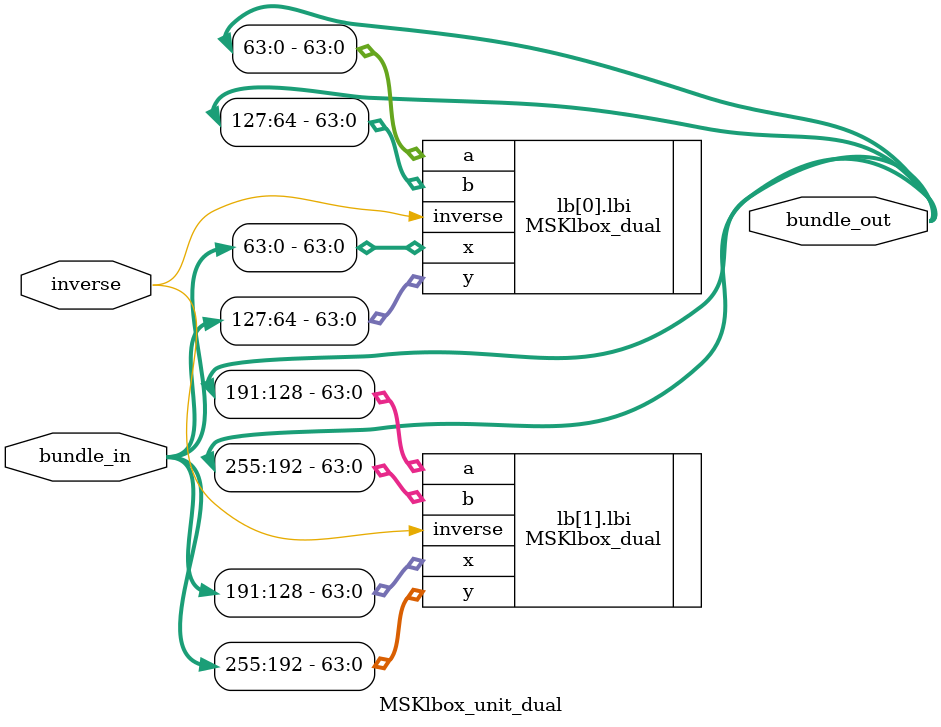
<source format=v>
/*
    This module implements multiple dual lboxes corresponding to 
    the serialisation parameter chosen.
*/
(* fv_prop = "PINI", fv_strat = "composite", fv_order=d *)
module MSKlbox_unit_dual
#
(
    parameter PDLBOX = 0,
    parameter Nbits = 128,    // Number of state bits.
    parameter d=2

)(bundle_in, bundle_out, inverse);

// Generation params (DO NOT TOUCH)
localparam AM_COLS_bund = 2**PDLBOX; // Amount of LB bundles
localparam SIZE_LBOX_bund = d*Nbits/AM_COLS_bund; // Size of LB bundles
localparam AM_LB = 2/AM_COLS_bund; // Amount of LB

(* fv_type = "sharing", fv_latency = 0, fv_count=Nbits/AM_COLS_bund *)
input    [SIZE_LBOX_bund-1:0]    bundle_in;
(* fv_type = "sharing", fv_latency = 0, fv_count=Nbits/AM_COLS_bund *)
output    [SIZE_LBOX_bund-1:0]    bundle_out;
(* fv_type = "control" *)
input inverse;

genvar i;
generate
for(i=0;i<AM_LB;i=i+1) begin: lb
    MSKlbox_dual #(.d(d))    
    lbi(
        .inverse(inverse),
        .x(bundle_in [32*d-1+64*d*i:64*d*i]),
        .y(bundle_in [64*d-1+64*d*i:32*d+64*d*i]),
        .a(bundle_out[32*d-1+64*d*i:64*d*i]),
        .b(bundle_out[64*d-1+64*d*i:32*d+64*d*i])
    );
end
endgenerate

endmodule

</source>
